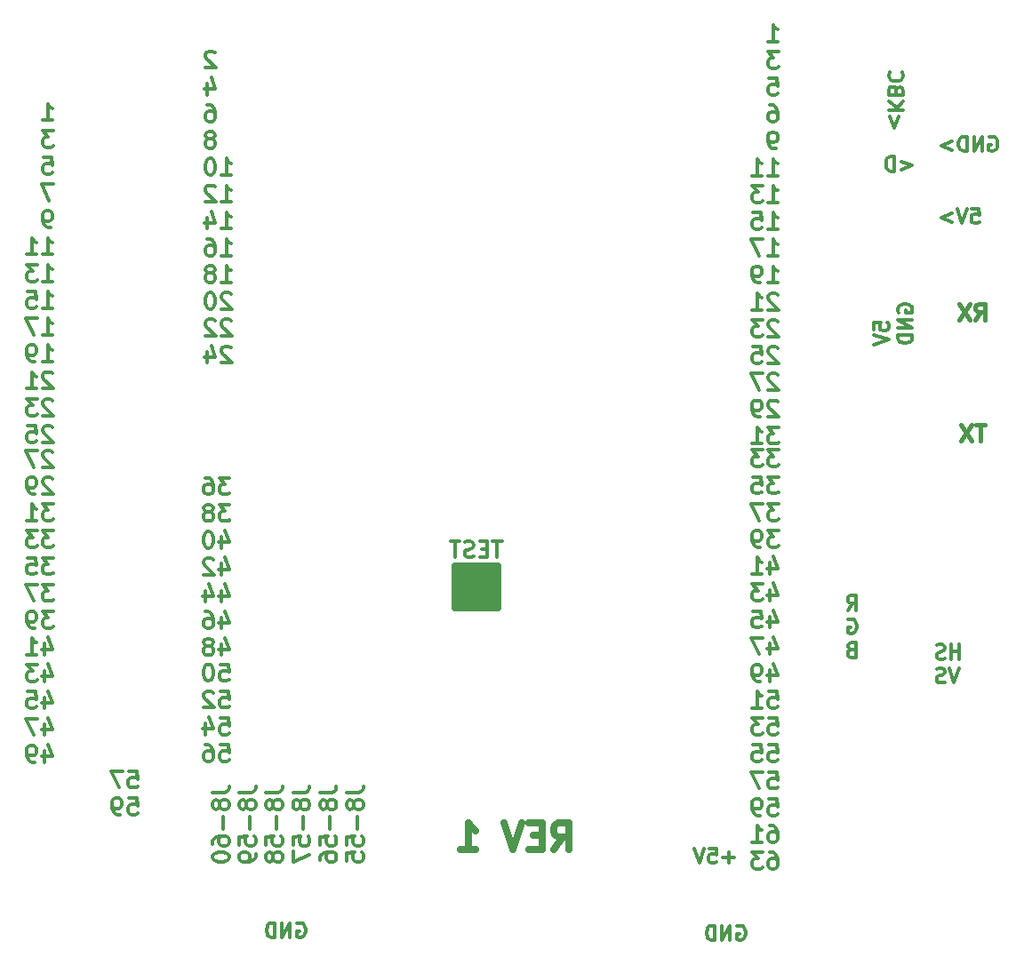
<source format=gbo>
G04 #@! TF.GenerationSoftware,KiCad,Pcbnew,(6.0.1)*
G04 #@! TF.CreationDate,2022-05-30T09:03:46-04:00*
G04 #@! TF.ProjectId,RETRO-65C816,52455452-4f2d-4363-9543-3831362e6b69,3*
G04 #@! TF.SameCoordinates,Original*
G04 #@! TF.FileFunction,Legend,Bot*
G04 #@! TF.FilePolarity,Positive*
%FSLAX46Y46*%
G04 Gerber Fmt 4.6, Leading zero omitted, Abs format (unit mm)*
G04 Created by KiCad (PCBNEW (6.0.1)) date 2022-05-30 09:03:46*
%MOMM*%
%LPD*%
G01*
G04 APERTURE LIST*
%ADD10C,0.635000*%
%ADD11C,0.349250*%
%ADD12C,0.381000*%
%ADD13C,0.304800*%
%ADD14C,0.650000*%
G04 APERTURE END LIST*
D10*
X61032571Y-95891047D02*
X61879238Y-94681523D01*
X62484000Y-95891047D02*
X62484000Y-93351047D01*
X61516380Y-93351047D01*
X61274476Y-93472000D01*
X61153523Y-93592952D01*
X61032571Y-93834857D01*
X61032571Y-94197714D01*
X61153523Y-94439619D01*
X61274476Y-94560571D01*
X61516380Y-94681523D01*
X62484000Y-94681523D01*
X59944000Y-94560571D02*
X59097333Y-94560571D01*
X58734476Y-95891047D02*
X59944000Y-95891047D01*
X59944000Y-93351047D01*
X58734476Y-93351047D01*
X58008761Y-93351047D02*
X57162095Y-95891047D01*
X56315428Y-93351047D01*
X52203047Y-95891047D02*
X53654476Y-95891047D01*
X52928761Y-95891047D02*
X52928761Y-93351047D01*
X53170666Y-93713904D01*
X53412571Y-93955809D01*
X53654476Y-94076761D01*
D11*
X94158631Y-30307642D02*
X95223012Y-30706785D01*
X94158631Y-31105928D01*
X93493393Y-31238976D02*
X93493393Y-29841976D01*
X93160774Y-29841976D01*
X92961202Y-29908500D01*
X92828155Y-30041547D01*
X92761631Y-30174595D01*
X92695107Y-30440690D01*
X92695107Y-30640261D01*
X92761631Y-30906357D01*
X92828155Y-31039404D01*
X92961202Y-31172452D01*
X93160774Y-31238976D01*
X93493393Y-31238976D01*
X102558774Y-28003500D02*
X102691822Y-27936976D01*
X102891393Y-27936976D01*
X103090964Y-28003500D01*
X103224012Y-28136547D01*
X103290536Y-28269595D01*
X103357060Y-28535690D01*
X103357060Y-28735261D01*
X103290536Y-29001357D01*
X103224012Y-29134404D01*
X103090964Y-29267452D01*
X102891393Y-29333976D01*
X102758345Y-29333976D01*
X102558774Y-29267452D01*
X102492250Y-29200928D01*
X102492250Y-28735261D01*
X102758345Y-28735261D01*
X101893536Y-29333976D02*
X101893536Y-27936976D01*
X101095250Y-29333976D01*
X101095250Y-27936976D01*
X100430012Y-29333976D02*
X100430012Y-27936976D01*
X100097393Y-27936976D01*
X99897822Y-28003500D01*
X99764774Y-28136547D01*
X99698250Y-28269595D01*
X99631726Y-28535690D01*
X99631726Y-28735261D01*
X99698250Y-29001357D01*
X99764774Y-29134404D01*
X99897822Y-29267452D01*
X100097393Y-29333976D01*
X100430012Y-29333976D01*
X99033012Y-28402642D02*
X97968631Y-28801785D01*
X99033012Y-29200928D01*
X81494463Y-18887092D02*
X82401606Y-18887092D01*
X81948035Y-18887092D02*
X81948035Y-17299592D01*
X82099225Y-17526378D01*
X82250416Y-17677568D01*
X82401606Y-17753164D01*
X82477201Y-19855467D02*
X81494463Y-19855467D01*
X82023630Y-20460229D01*
X81796844Y-20460229D01*
X81645654Y-20535824D01*
X81570058Y-20611420D01*
X81494463Y-20762610D01*
X81494463Y-21140586D01*
X81570058Y-21291777D01*
X81645654Y-21367372D01*
X81796844Y-21442967D01*
X82250416Y-21442967D01*
X82401606Y-21367372D01*
X82477201Y-21291777D01*
X81570058Y-22411342D02*
X82326011Y-22411342D01*
X82401606Y-23167295D01*
X82326011Y-23091699D01*
X82174820Y-23016104D01*
X81796844Y-23016104D01*
X81645654Y-23091699D01*
X81570058Y-23167295D01*
X81494463Y-23318485D01*
X81494463Y-23696461D01*
X81570058Y-23847652D01*
X81645654Y-23923247D01*
X81796844Y-23998842D01*
X82174820Y-23998842D01*
X82326011Y-23923247D01*
X82401606Y-23847652D01*
X81645654Y-24967217D02*
X81948035Y-24967217D01*
X82099225Y-25042813D01*
X82174820Y-25118408D01*
X82326011Y-25345193D01*
X82401606Y-25647574D01*
X82401606Y-26252336D01*
X82326011Y-26403527D01*
X82250416Y-26479122D01*
X82099225Y-26554717D01*
X81796844Y-26554717D01*
X81645654Y-26479122D01*
X81570058Y-26403527D01*
X81494463Y-26252336D01*
X81494463Y-25874360D01*
X81570058Y-25723170D01*
X81645654Y-25647574D01*
X81796844Y-25571979D01*
X82099225Y-25571979D01*
X82250416Y-25647574D01*
X82326011Y-25723170D01*
X82401606Y-25874360D01*
X82250416Y-29110592D02*
X81948035Y-29110592D01*
X81796844Y-29034997D01*
X81721249Y-28959402D01*
X81570058Y-28732616D01*
X81494463Y-28430235D01*
X81494463Y-27825473D01*
X81570058Y-27674283D01*
X81645654Y-27598688D01*
X81796844Y-27523092D01*
X82099225Y-27523092D01*
X82250416Y-27598688D01*
X82326011Y-27674283D01*
X82401606Y-27825473D01*
X82401606Y-28203449D01*
X82326011Y-28354640D01*
X82250416Y-28430235D01*
X82099225Y-28505830D01*
X81796844Y-28505830D01*
X81645654Y-28430235D01*
X81570058Y-28354640D01*
X81494463Y-28203449D01*
X81494463Y-31666467D02*
X82401606Y-31666467D01*
X81948035Y-31666467D02*
X81948035Y-30078967D01*
X82099225Y-30305753D01*
X82250416Y-30456943D01*
X82401606Y-30532539D01*
X79982558Y-31666467D02*
X80889701Y-31666467D01*
X80436130Y-31666467D02*
X80436130Y-30078967D01*
X80587320Y-30305753D01*
X80738511Y-30456943D01*
X80889701Y-30532539D01*
X81494463Y-34222342D02*
X82401606Y-34222342D01*
X81948035Y-34222342D02*
X81948035Y-32634842D01*
X82099225Y-32861628D01*
X82250416Y-33012818D01*
X82401606Y-33088414D01*
X80965297Y-32634842D02*
X79982558Y-32634842D01*
X80511725Y-33239604D01*
X80284939Y-33239604D01*
X80133749Y-33315199D01*
X80058154Y-33390795D01*
X79982558Y-33541985D01*
X79982558Y-33919961D01*
X80058154Y-34071152D01*
X80133749Y-34146747D01*
X80284939Y-34222342D01*
X80738511Y-34222342D01*
X80889701Y-34146747D01*
X80965297Y-34071152D01*
X81494463Y-36778217D02*
X82401606Y-36778217D01*
X81948035Y-36778217D02*
X81948035Y-35190717D01*
X82099225Y-35417503D01*
X82250416Y-35568693D01*
X82401606Y-35644289D01*
X80058154Y-35190717D02*
X80814106Y-35190717D01*
X80889701Y-35946670D01*
X80814106Y-35871074D01*
X80662916Y-35795479D01*
X80284939Y-35795479D01*
X80133749Y-35871074D01*
X80058154Y-35946670D01*
X79982558Y-36097860D01*
X79982558Y-36475836D01*
X80058154Y-36627027D01*
X80133749Y-36702622D01*
X80284939Y-36778217D01*
X80662916Y-36778217D01*
X80814106Y-36702622D01*
X80889701Y-36627027D01*
X81494463Y-39334092D02*
X82401606Y-39334092D01*
X81948035Y-39334092D02*
X81948035Y-37746592D01*
X82099225Y-37973378D01*
X82250416Y-38124568D01*
X82401606Y-38200164D01*
X80965297Y-37746592D02*
X79906963Y-37746592D01*
X80587320Y-39334092D01*
X81494463Y-41889967D02*
X82401606Y-41889967D01*
X81948035Y-41889967D02*
X81948035Y-40302467D01*
X82099225Y-40529253D01*
X82250416Y-40680443D01*
X82401606Y-40756039D01*
X80738511Y-41889967D02*
X80436130Y-41889967D01*
X80284939Y-41814372D01*
X80209344Y-41738777D01*
X80058154Y-41511991D01*
X79982558Y-41209610D01*
X79982558Y-40604848D01*
X80058154Y-40453658D01*
X80133749Y-40378063D01*
X80284939Y-40302467D01*
X80587320Y-40302467D01*
X80738511Y-40378063D01*
X80814106Y-40453658D01*
X80889701Y-40604848D01*
X80889701Y-40982824D01*
X80814106Y-41134015D01*
X80738511Y-41209610D01*
X80587320Y-41285205D01*
X80284939Y-41285205D01*
X80133749Y-41209610D01*
X80058154Y-41134015D01*
X79982558Y-40982824D01*
X82401606Y-43009533D02*
X82326011Y-42933938D01*
X82174820Y-42858342D01*
X81796844Y-42858342D01*
X81645654Y-42933938D01*
X81570058Y-43009533D01*
X81494463Y-43160723D01*
X81494463Y-43311914D01*
X81570058Y-43538699D01*
X82477201Y-44445842D01*
X81494463Y-44445842D01*
X79982558Y-44445842D02*
X80889701Y-44445842D01*
X80436130Y-44445842D02*
X80436130Y-42858342D01*
X80587320Y-43085128D01*
X80738511Y-43236318D01*
X80889701Y-43311914D01*
X82401606Y-45565408D02*
X82326011Y-45489813D01*
X82174820Y-45414217D01*
X81796844Y-45414217D01*
X81645654Y-45489813D01*
X81570058Y-45565408D01*
X81494463Y-45716598D01*
X81494463Y-45867789D01*
X81570058Y-46094574D01*
X82477201Y-47001717D01*
X81494463Y-47001717D01*
X80965297Y-45414217D02*
X79982558Y-45414217D01*
X80511725Y-46018979D01*
X80284939Y-46018979D01*
X80133749Y-46094574D01*
X80058154Y-46170170D01*
X79982558Y-46321360D01*
X79982558Y-46699336D01*
X80058154Y-46850527D01*
X80133749Y-46926122D01*
X80284939Y-47001717D01*
X80738511Y-47001717D01*
X80889701Y-46926122D01*
X80965297Y-46850527D01*
X82401606Y-48121283D02*
X82326011Y-48045688D01*
X82174820Y-47970092D01*
X81796844Y-47970092D01*
X81645654Y-48045688D01*
X81570058Y-48121283D01*
X81494463Y-48272473D01*
X81494463Y-48423664D01*
X81570058Y-48650449D01*
X82477201Y-49557592D01*
X81494463Y-49557592D01*
X80058154Y-47970092D02*
X80814106Y-47970092D01*
X80889701Y-48726045D01*
X80814106Y-48650449D01*
X80662916Y-48574854D01*
X80284939Y-48574854D01*
X80133749Y-48650449D01*
X80058154Y-48726045D01*
X79982558Y-48877235D01*
X79982558Y-49255211D01*
X80058154Y-49406402D01*
X80133749Y-49481997D01*
X80284939Y-49557592D01*
X80662916Y-49557592D01*
X80814106Y-49481997D01*
X80889701Y-49406402D01*
X82401606Y-50677158D02*
X82326011Y-50601563D01*
X82174820Y-50525967D01*
X81796844Y-50525967D01*
X81645654Y-50601563D01*
X81570058Y-50677158D01*
X81494463Y-50828348D01*
X81494463Y-50979539D01*
X81570058Y-51206324D01*
X82477201Y-52113467D01*
X81494463Y-52113467D01*
X80965297Y-50525967D02*
X79906963Y-50525967D01*
X80587320Y-52113467D01*
X82401606Y-53233033D02*
X82326011Y-53157438D01*
X82174820Y-53081842D01*
X81796844Y-53081842D01*
X81645654Y-53157438D01*
X81570058Y-53233033D01*
X81494463Y-53384223D01*
X81494463Y-53535414D01*
X81570058Y-53762199D01*
X82477201Y-54669342D01*
X81494463Y-54669342D01*
X80738511Y-54669342D02*
X80436130Y-54669342D01*
X80284939Y-54593747D01*
X80209344Y-54518152D01*
X80058154Y-54291366D01*
X79982558Y-53988985D01*
X79982558Y-53384223D01*
X80058154Y-53233033D01*
X80133749Y-53157438D01*
X80284939Y-53081842D01*
X80587320Y-53081842D01*
X80738511Y-53157438D01*
X80814106Y-53233033D01*
X80889701Y-53384223D01*
X80889701Y-53762199D01*
X80814106Y-53913390D01*
X80738511Y-53988985D01*
X80587320Y-54064580D01*
X80284939Y-54064580D01*
X80133749Y-53988985D01*
X80058154Y-53913390D01*
X79982558Y-53762199D01*
X82477201Y-55637717D02*
X81494463Y-55637717D01*
X82023630Y-56242479D01*
X81796844Y-56242479D01*
X81645654Y-56318074D01*
X81570058Y-56393670D01*
X81494463Y-56544860D01*
X81494463Y-56922836D01*
X81570058Y-57074027D01*
X81645654Y-57149622D01*
X81796844Y-57225217D01*
X82250416Y-57225217D01*
X82401606Y-57149622D01*
X82477201Y-57074027D01*
X79982558Y-57225217D02*
X80889701Y-57225217D01*
X80436130Y-57225217D02*
X80436130Y-55637717D01*
X80587320Y-55864503D01*
X80738511Y-56015693D01*
X80889701Y-56091289D01*
X12406463Y-26403904D02*
X13313606Y-26403904D01*
X12860035Y-26403904D02*
X12860035Y-24816404D01*
X13011225Y-25043190D01*
X13162416Y-25194380D01*
X13313606Y-25269976D01*
X13389201Y-27372279D02*
X12406463Y-27372279D01*
X12935630Y-27977041D01*
X12708844Y-27977041D01*
X12557654Y-28052636D01*
X12482058Y-28128232D01*
X12406463Y-28279422D01*
X12406463Y-28657398D01*
X12482058Y-28808589D01*
X12557654Y-28884184D01*
X12708844Y-28959779D01*
X13162416Y-28959779D01*
X13313606Y-28884184D01*
X13389201Y-28808589D01*
X12482058Y-29928154D02*
X13238011Y-29928154D01*
X13313606Y-30684107D01*
X13238011Y-30608511D01*
X13086820Y-30532916D01*
X12708844Y-30532916D01*
X12557654Y-30608511D01*
X12482058Y-30684107D01*
X12406463Y-30835297D01*
X12406463Y-31213273D01*
X12482058Y-31364464D01*
X12557654Y-31440059D01*
X12708844Y-31515654D01*
X13086820Y-31515654D01*
X13238011Y-31440059D01*
X13313606Y-31364464D01*
X13389201Y-32484029D02*
X12330868Y-32484029D01*
X13011225Y-34071529D01*
X13162416Y-36627404D02*
X12860035Y-36627404D01*
X12708844Y-36551809D01*
X12633249Y-36476214D01*
X12482058Y-36249428D01*
X12406463Y-35947047D01*
X12406463Y-35342285D01*
X12482058Y-35191095D01*
X12557654Y-35115500D01*
X12708844Y-35039904D01*
X13011225Y-35039904D01*
X13162416Y-35115500D01*
X13238011Y-35191095D01*
X13313606Y-35342285D01*
X13313606Y-35720261D01*
X13238011Y-35871452D01*
X13162416Y-35947047D01*
X13011225Y-36022642D01*
X12708844Y-36022642D01*
X12557654Y-35947047D01*
X12482058Y-35871452D01*
X12406463Y-35720261D01*
X12406463Y-39183279D02*
X13313606Y-39183279D01*
X12860035Y-39183279D02*
X12860035Y-37595779D01*
X13011225Y-37822565D01*
X13162416Y-37973755D01*
X13313606Y-38049351D01*
X10894558Y-39183279D02*
X11801701Y-39183279D01*
X11348130Y-39183279D02*
X11348130Y-37595779D01*
X11499320Y-37822565D01*
X11650511Y-37973755D01*
X11801701Y-38049351D01*
X12406463Y-41739154D02*
X13313606Y-41739154D01*
X12860035Y-41739154D02*
X12860035Y-40151654D01*
X13011225Y-40378440D01*
X13162416Y-40529630D01*
X13313606Y-40605226D01*
X11877297Y-40151654D02*
X10894558Y-40151654D01*
X11423725Y-40756416D01*
X11196939Y-40756416D01*
X11045749Y-40832011D01*
X10970154Y-40907607D01*
X10894558Y-41058797D01*
X10894558Y-41436773D01*
X10970154Y-41587964D01*
X11045749Y-41663559D01*
X11196939Y-41739154D01*
X11650511Y-41739154D01*
X11801701Y-41663559D01*
X11877297Y-41587964D01*
X12406463Y-44295029D02*
X13313606Y-44295029D01*
X12860035Y-44295029D02*
X12860035Y-42707529D01*
X13011225Y-42934315D01*
X13162416Y-43085505D01*
X13313606Y-43161101D01*
X10970154Y-42707529D02*
X11726106Y-42707529D01*
X11801701Y-43463482D01*
X11726106Y-43387886D01*
X11574916Y-43312291D01*
X11196939Y-43312291D01*
X11045749Y-43387886D01*
X10970154Y-43463482D01*
X10894558Y-43614672D01*
X10894558Y-43992648D01*
X10970154Y-44143839D01*
X11045749Y-44219434D01*
X11196939Y-44295029D01*
X11574916Y-44295029D01*
X11726106Y-44219434D01*
X11801701Y-44143839D01*
X12406463Y-46850904D02*
X13313606Y-46850904D01*
X12860035Y-46850904D02*
X12860035Y-45263404D01*
X13011225Y-45490190D01*
X13162416Y-45641380D01*
X13313606Y-45716976D01*
X11877297Y-45263404D02*
X10818963Y-45263404D01*
X11499320Y-46850904D01*
X12406463Y-49406779D02*
X13313606Y-49406779D01*
X12860035Y-49406779D02*
X12860035Y-47819279D01*
X13011225Y-48046065D01*
X13162416Y-48197255D01*
X13313606Y-48272851D01*
X11650511Y-49406779D02*
X11348130Y-49406779D01*
X11196939Y-49331184D01*
X11121344Y-49255589D01*
X10970154Y-49028803D01*
X10894558Y-48726422D01*
X10894558Y-48121660D01*
X10970154Y-47970470D01*
X11045749Y-47894875D01*
X11196939Y-47819279D01*
X11499320Y-47819279D01*
X11650511Y-47894875D01*
X11726106Y-47970470D01*
X11801701Y-48121660D01*
X11801701Y-48499636D01*
X11726106Y-48650827D01*
X11650511Y-48726422D01*
X11499320Y-48802017D01*
X11196939Y-48802017D01*
X11045749Y-48726422D01*
X10970154Y-48650827D01*
X10894558Y-48499636D01*
X13313606Y-50526345D02*
X13238011Y-50450750D01*
X13086820Y-50375154D01*
X12708844Y-50375154D01*
X12557654Y-50450750D01*
X12482058Y-50526345D01*
X12406463Y-50677535D01*
X12406463Y-50828726D01*
X12482058Y-51055511D01*
X13389201Y-51962654D01*
X12406463Y-51962654D01*
X10894558Y-51962654D02*
X11801701Y-51962654D01*
X11348130Y-51962654D02*
X11348130Y-50375154D01*
X11499320Y-50601940D01*
X11650511Y-50753130D01*
X11801701Y-50828726D01*
X13313606Y-53082220D02*
X13238011Y-53006625D01*
X13086820Y-52931029D01*
X12708844Y-52931029D01*
X12557654Y-53006625D01*
X12482058Y-53082220D01*
X12406463Y-53233410D01*
X12406463Y-53384601D01*
X12482058Y-53611386D01*
X13389201Y-54518529D01*
X12406463Y-54518529D01*
X11877297Y-52931029D02*
X10894558Y-52931029D01*
X11423725Y-53535791D01*
X11196939Y-53535791D01*
X11045749Y-53611386D01*
X10970154Y-53686982D01*
X10894558Y-53838172D01*
X10894558Y-54216148D01*
X10970154Y-54367339D01*
X11045749Y-54442934D01*
X11196939Y-54518529D01*
X11650511Y-54518529D01*
X11801701Y-54442934D01*
X11877297Y-54367339D01*
X13313606Y-55638095D02*
X13238011Y-55562500D01*
X13086820Y-55486904D01*
X12708844Y-55486904D01*
X12557654Y-55562500D01*
X12482058Y-55638095D01*
X12406463Y-55789285D01*
X12406463Y-55940476D01*
X12482058Y-56167261D01*
X13389201Y-57074404D01*
X12406463Y-57074404D01*
X10970154Y-55486904D02*
X11726106Y-55486904D01*
X11801701Y-56242857D01*
X11726106Y-56167261D01*
X11574916Y-56091666D01*
X11196939Y-56091666D01*
X11045749Y-56167261D01*
X10970154Y-56242857D01*
X10894558Y-56394047D01*
X10894558Y-56772023D01*
X10970154Y-56923214D01*
X11045749Y-56998809D01*
X11196939Y-57074404D01*
X11574916Y-57074404D01*
X11726106Y-56998809D01*
X11801701Y-56923214D01*
X78534380Y-103187500D02*
X78667428Y-103120976D01*
X78867000Y-103120976D01*
X79066571Y-103187500D01*
X79199619Y-103320547D01*
X79266142Y-103453595D01*
X79332666Y-103719690D01*
X79332666Y-103919261D01*
X79266142Y-104185357D01*
X79199619Y-104318404D01*
X79066571Y-104451452D01*
X78867000Y-104517976D01*
X78733952Y-104517976D01*
X78534380Y-104451452D01*
X78467857Y-104384928D01*
X78467857Y-103919261D01*
X78733952Y-103919261D01*
X77869142Y-104517976D02*
X77869142Y-103120976D01*
X77070857Y-104517976D01*
X77070857Y-103120976D01*
X76405619Y-104517976D02*
X76405619Y-103120976D01*
X76073000Y-103120976D01*
X75873428Y-103187500D01*
X75740380Y-103320547D01*
X75673857Y-103453595D01*
X75607333Y-103719690D01*
X75607333Y-103919261D01*
X75673857Y-104185357D01*
X75740380Y-104318404D01*
X75873428Y-104451452D01*
X76073000Y-104517976D01*
X76405619Y-104517976D01*
X36624380Y-102933500D02*
X36757428Y-102866976D01*
X36957000Y-102866976D01*
X37156571Y-102933500D01*
X37289619Y-103066547D01*
X37356142Y-103199595D01*
X37422666Y-103465690D01*
X37422666Y-103665261D01*
X37356142Y-103931357D01*
X37289619Y-104064404D01*
X37156571Y-104197452D01*
X36957000Y-104263976D01*
X36823952Y-104263976D01*
X36624380Y-104197452D01*
X36557857Y-104130928D01*
X36557857Y-103665261D01*
X36823952Y-103665261D01*
X35959142Y-104263976D02*
X35959142Y-102866976D01*
X35160857Y-104263976D01*
X35160857Y-102866976D01*
X34495619Y-104263976D02*
X34495619Y-102866976D01*
X34163000Y-102866976D01*
X33963428Y-102933500D01*
X33830380Y-103066547D01*
X33763857Y-103199595D01*
X33697333Y-103465690D01*
X33697333Y-103665261D01*
X33763857Y-103931357D01*
X33830380Y-104064404D01*
X33963428Y-104197452D01*
X34163000Y-104263976D01*
X34495619Y-104263976D01*
X20610058Y-88403717D02*
X21366011Y-88403717D01*
X21441606Y-89159670D01*
X21366011Y-89084074D01*
X21214820Y-89008479D01*
X20836844Y-89008479D01*
X20685654Y-89084074D01*
X20610058Y-89159670D01*
X20534463Y-89310860D01*
X20534463Y-89688836D01*
X20610058Y-89840027D01*
X20685654Y-89915622D01*
X20836844Y-89991217D01*
X21214820Y-89991217D01*
X21366011Y-89915622D01*
X21441606Y-89840027D01*
X20005297Y-88403717D02*
X18946963Y-88403717D01*
X19627320Y-89991217D01*
X20610058Y-90959592D02*
X21366011Y-90959592D01*
X21441606Y-91715545D01*
X21366011Y-91639949D01*
X21214820Y-91564354D01*
X20836844Y-91564354D01*
X20685654Y-91639949D01*
X20610058Y-91715545D01*
X20534463Y-91866735D01*
X20534463Y-92244711D01*
X20610058Y-92395902D01*
X20685654Y-92471497D01*
X20836844Y-92547092D01*
X21214820Y-92547092D01*
X21366011Y-92471497D01*
X21441606Y-92395902D01*
X19778511Y-92547092D02*
X19476130Y-92547092D01*
X19324939Y-92471497D01*
X19249344Y-92395902D01*
X19098154Y-92169116D01*
X19022558Y-91866735D01*
X19022558Y-91261973D01*
X19098154Y-91110783D01*
X19173749Y-91035188D01*
X19324939Y-90959592D01*
X19627320Y-90959592D01*
X19778511Y-91035188D01*
X19854106Y-91110783D01*
X19929701Y-91261973D01*
X19929701Y-91639949D01*
X19854106Y-91791140D01*
X19778511Y-91866735D01*
X19627320Y-91942330D01*
X19324939Y-91942330D01*
X19173749Y-91866735D01*
X19098154Y-91791140D01*
X19022558Y-91639949D01*
X28817736Y-19963795D02*
X28742141Y-19888200D01*
X28590950Y-19812604D01*
X28212974Y-19812604D01*
X28061783Y-19888200D01*
X27986188Y-19963795D01*
X27910593Y-20114985D01*
X27910593Y-20266176D01*
X27986188Y-20492961D01*
X28893331Y-21400104D01*
X27910593Y-21400104D01*
X28061783Y-22897646D02*
X28061783Y-23955979D01*
X28439760Y-22292884D02*
X28817736Y-23426813D01*
X27834998Y-23426813D01*
X28061783Y-24924354D02*
X28364164Y-24924354D01*
X28515355Y-24999950D01*
X28590950Y-25075545D01*
X28742141Y-25302330D01*
X28817736Y-25604711D01*
X28817736Y-26209473D01*
X28742141Y-26360664D01*
X28666545Y-26436259D01*
X28515355Y-26511854D01*
X28212974Y-26511854D01*
X28061783Y-26436259D01*
X27986188Y-26360664D01*
X27910593Y-26209473D01*
X27910593Y-25831497D01*
X27986188Y-25680307D01*
X28061783Y-25604711D01*
X28212974Y-25529116D01*
X28515355Y-25529116D01*
X28666545Y-25604711D01*
X28742141Y-25680307D01*
X28817736Y-25831497D01*
X28515355Y-28160586D02*
X28666545Y-28084991D01*
X28742141Y-28009396D01*
X28817736Y-27858205D01*
X28817736Y-27782610D01*
X28742141Y-27631420D01*
X28666545Y-27555825D01*
X28515355Y-27480229D01*
X28212974Y-27480229D01*
X28061783Y-27555825D01*
X27986188Y-27631420D01*
X27910593Y-27782610D01*
X27910593Y-27858205D01*
X27986188Y-28009396D01*
X28061783Y-28084991D01*
X28212974Y-28160586D01*
X28515355Y-28160586D01*
X28666545Y-28236182D01*
X28742141Y-28311777D01*
X28817736Y-28462967D01*
X28817736Y-28765348D01*
X28742141Y-28916539D01*
X28666545Y-28992134D01*
X28515355Y-29067729D01*
X28212974Y-29067729D01*
X28061783Y-28992134D01*
X27986188Y-28916539D01*
X27910593Y-28765348D01*
X27910593Y-28462967D01*
X27986188Y-28311777D01*
X28061783Y-28236182D01*
X28212974Y-28160586D01*
X29422498Y-31623604D02*
X30329641Y-31623604D01*
X29876069Y-31623604D02*
X29876069Y-30036104D01*
X30027260Y-30262890D01*
X30178450Y-30414080D01*
X30329641Y-30489676D01*
X28439760Y-30036104D02*
X28288569Y-30036104D01*
X28137379Y-30111700D01*
X28061783Y-30187295D01*
X27986188Y-30338485D01*
X27910593Y-30640866D01*
X27910593Y-31018842D01*
X27986188Y-31321223D01*
X28061783Y-31472414D01*
X28137379Y-31548009D01*
X28288569Y-31623604D01*
X28439760Y-31623604D01*
X28590950Y-31548009D01*
X28666545Y-31472414D01*
X28742141Y-31321223D01*
X28817736Y-31018842D01*
X28817736Y-30640866D01*
X28742141Y-30338485D01*
X28666545Y-30187295D01*
X28590950Y-30111700D01*
X28439760Y-30036104D01*
X29422498Y-34179479D02*
X30329641Y-34179479D01*
X29876069Y-34179479D02*
X29876069Y-32591979D01*
X30027260Y-32818765D01*
X30178450Y-32969955D01*
X30329641Y-33045551D01*
X28817736Y-32743170D02*
X28742141Y-32667575D01*
X28590950Y-32591979D01*
X28212974Y-32591979D01*
X28061783Y-32667575D01*
X27986188Y-32743170D01*
X27910593Y-32894360D01*
X27910593Y-33045551D01*
X27986188Y-33272336D01*
X28893331Y-34179479D01*
X27910593Y-34179479D01*
X29422498Y-36735354D02*
X30329641Y-36735354D01*
X29876069Y-36735354D02*
X29876069Y-35147854D01*
X30027260Y-35374640D01*
X30178450Y-35525830D01*
X30329641Y-35601426D01*
X28061783Y-35677021D02*
X28061783Y-36735354D01*
X28439760Y-35072259D02*
X28817736Y-36206188D01*
X27834998Y-36206188D01*
X29422498Y-39291229D02*
X30329641Y-39291229D01*
X29876069Y-39291229D02*
X29876069Y-37703729D01*
X30027260Y-37930515D01*
X30178450Y-38081705D01*
X30329641Y-38157301D01*
X28061783Y-37703729D02*
X28364164Y-37703729D01*
X28515355Y-37779325D01*
X28590950Y-37854920D01*
X28742141Y-38081705D01*
X28817736Y-38384086D01*
X28817736Y-38988848D01*
X28742141Y-39140039D01*
X28666545Y-39215634D01*
X28515355Y-39291229D01*
X28212974Y-39291229D01*
X28061783Y-39215634D01*
X27986188Y-39140039D01*
X27910593Y-38988848D01*
X27910593Y-38610872D01*
X27986188Y-38459682D01*
X28061783Y-38384086D01*
X28212974Y-38308491D01*
X28515355Y-38308491D01*
X28666545Y-38384086D01*
X28742141Y-38459682D01*
X28817736Y-38610872D01*
X29422498Y-41847104D02*
X30329641Y-41847104D01*
X29876069Y-41847104D02*
X29876069Y-40259604D01*
X30027260Y-40486390D01*
X30178450Y-40637580D01*
X30329641Y-40713176D01*
X28515355Y-40939961D02*
X28666545Y-40864366D01*
X28742141Y-40788771D01*
X28817736Y-40637580D01*
X28817736Y-40561985D01*
X28742141Y-40410795D01*
X28666545Y-40335200D01*
X28515355Y-40259604D01*
X28212974Y-40259604D01*
X28061783Y-40335200D01*
X27986188Y-40410795D01*
X27910593Y-40561985D01*
X27910593Y-40637580D01*
X27986188Y-40788771D01*
X28061783Y-40864366D01*
X28212974Y-40939961D01*
X28515355Y-40939961D01*
X28666545Y-41015557D01*
X28742141Y-41091152D01*
X28817736Y-41242342D01*
X28817736Y-41544723D01*
X28742141Y-41695914D01*
X28666545Y-41771509D01*
X28515355Y-41847104D01*
X28212974Y-41847104D01*
X28061783Y-41771509D01*
X27986188Y-41695914D01*
X27910593Y-41544723D01*
X27910593Y-41242342D01*
X27986188Y-41091152D01*
X28061783Y-41015557D01*
X28212974Y-40939961D01*
X30329641Y-42966670D02*
X30254045Y-42891075D01*
X30102855Y-42815479D01*
X29724879Y-42815479D01*
X29573688Y-42891075D01*
X29498093Y-42966670D01*
X29422498Y-43117860D01*
X29422498Y-43269051D01*
X29498093Y-43495836D01*
X30405236Y-44402979D01*
X29422498Y-44402979D01*
X28439760Y-42815479D02*
X28288569Y-42815479D01*
X28137379Y-42891075D01*
X28061783Y-42966670D01*
X27986188Y-43117860D01*
X27910593Y-43420241D01*
X27910593Y-43798217D01*
X27986188Y-44100598D01*
X28061783Y-44251789D01*
X28137379Y-44327384D01*
X28288569Y-44402979D01*
X28439760Y-44402979D01*
X28590950Y-44327384D01*
X28666545Y-44251789D01*
X28742141Y-44100598D01*
X28817736Y-43798217D01*
X28817736Y-43420241D01*
X28742141Y-43117860D01*
X28666545Y-42966670D01*
X28590950Y-42891075D01*
X28439760Y-42815479D01*
X30329641Y-45522545D02*
X30254045Y-45446950D01*
X30102855Y-45371354D01*
X29724879Y-45371354D01*
X29573688Y-45446950D01*
X29498093Y-45522545D01*
X29422498Y-45673735D01*
X29422498Y-45824926D01*
X29498093Y-46051711D01*
X30405236Y-46958854D01*
X29422498Y-46958854D01*
X28817736Y-45522545D02*
X28742141Y-45446950D01*
X28590950Y-45371354D01*
X28212974Y-45371354D01*
X28061783Y-45446950D01*
X27986188Y-45522545D01*
X27910593Y-45673735D01*
X27910593Y-45824926D01*
X27986188Y-46051711D01*
X28893331Y-46958854D01*
X27910593Y-46958854D01*
X30329641Y-48078420D02*
X30254045Y-48002825D01*
X30102855Y-47927229D01*
X29724879Y-47927229D01*
X29573688Y-48002825D01*
X29498093Y-48078420D01*
X29422498Y-48229610D01*
X29422498Y-48380801D01*
X29498093Y-48607586D01*
X30405236Y-49514729D01*
X29422498Y-49514729D01*
X28061783Y-48456396D02*
X28061783Y-49514729D01*
X28439760Y-47851634D02*
X28817736Y-48985563D01*
X27834998Y-48985563D01*
X82477201Y-57812592D02*
X81494463Y-57812592D01*
X82023630Y-58417354D01*
X81796844Y-58417354D01*
X81645654Y-58492949D01*
X81570058Y-58568545D01*
X81494463Y-58719735D01*
X81494463Y-59097711D01*
X81570058Y-59248902D01*
X81645654Y-59324497D01*
X81796844Y-59400092D01*
X82250416Y-59400092D01*
X82401606Y-59324497D01*
X82477201Y-59248902D01*
X80965297Y-57812592D02*
X79982558Y-57812592D01*
X80511725Y-58417354D01*
X80284939Y-58417354D01*
X80133749Y-58492949D01*
X80058154Y-58568545D01*
X79982558Y-58719735D01*
X79982558Y-59097711D01*
X80058154Y-59248902D01*
X80133749Y-59324497D01*
X80284939Y-59400092D01*
X80738511Y-59400092D01*
X80889701Y-59324497D01*
X80965297Y-59248902D01*
X82477201Y-60368467D02*
X81494463Y-60368467D01*
X82023630Y-60973229D01*
X81796844Y-60973229D01*
X81645654Y-61048824D01*
X81570058Y-61124420D01*
X81494463Y-61275610D01*
X81494463Y-61653586D01*
X81570058Y-61804777D01*
X81645654Y-61880372D01*
X81796844Y-61955967D01*
X82250416Y-61955967D01*
X82401606Y-61880372D01*
X82477201Y-61804777D01*
X80058154Y-60368467D02*
X80814106Y-60368467D01*
X80889701Y-61124420D01*
X80814106Y-61048824D01*
X80662916Y-60973229D01*
X80284939Y-60973229D01*
X80133749Y-61048824D01*
X80058154Y-61124420D01*
X79982558Y-61275610D01*
X79982558Y-61653586D01*
X80058154Y-61804777D01*
X80133749Y-61880372D01*
X80284939Y-61955967D01*
X80662916Y-61955967D01*
X80814106Y-61880372D01*
X80889701Y-61804777D01*
X82477201Y-62924342D02*
X81494463Y-62924342D01*
X82023630Y-63529104D01*
X81796844Y-63529104D01*
X81645654Y-63604699D01*
X81570058Y-63680295D01*
X81494463Y-63831485D01*
X81494463Y-64209461D01*
X81570058Y-64360652D01*
X81645654Y-64436247D01*
X81796844Y-64511842D01*
X82250416Y-64511842D01*
X82401606Y-64436247D01*
X82477201Y-64360652D01*
X80965297Y-62924342D02*
X79906963Y-62924342D01*
X80587320Y-64511842D01*
X82477201Y-65480217D02*
X81494463Y-65480217D01*
X82023630Y-66084979D01*
X81796844Y-66084979D01*
X81645654Y-66160574D01*
X81570058Y-66236170D01*
X81494463Y-66387360D01*
X81494463Y-66765336D01*
X81570058Y-66916527D01*
X81645654Y-66992122D01*
X81796844Y-67067717D01*
X82250416Y-67067717D01*
X82401606Y-66992122D01*
X82477201Y-66916527D01*
X80738511Y-67067717D02*
X80436130Y-67067717D01*
X80284939Y-66992122D01*
X80209344Y-66916527D01*
X80058154Y-66689741D01*
X79982558Y-66387360D01*
X79982558Y-65782598D01*
X80058154Y-65631408D01*
X80133749Y-65555813D01*
X80284939Y-65480217D01*
X80587320Y-65480217D01*
X80738511Y-65555813D01*
X80814106Y-65631408D01*
X80889701Y-65782598D01*
X80889701Y-66160574D01*
X80814106Y-66311765D01*
X80738511Y-66387360D01*
X80587320Y-66462955D01*
X80284939Y-66462955D01*
X80133749Y-66387360D01*
X80058154Y-66311765D01*
X79982558Y-66160574D01*
X81645654Y-68565259D02*
X81645654Y-69623592D01*
X82023630Y-67960497D02*
X82401606Y-69094426D01*
X81418868Y-69094426D01*
X79982558Y-69623592D02*
X80889701Y-69623592D01*
X80436130Y-69623592D02*
X80436130Y-68036092D01*
X80587320Y-68262878D01*
X80738511Y-68414068D01*
X80889701Y-68489664D01*
X81645654Y-71121134D02*
X81645654Y-72179467D01*
X82023630Y-70516372D02*
X82401606Y-71650301D01*
X81418868Y-71650301D01*
X80965297Y-70591967D02*
X79982558Y-70591967D01*
X80511725Y-71196729D01*
X80284939Y-71196729D01*
X80133749Y-71272324D01*
X80058154Y-71347920D01*
X79982558Y-71499110D01*
X79982558Y-71877086D01*
X80058154Y-72028277D01*
X80133749Y-72103872D01*
X80284939Y-72179467D01*
X80738511Y-72179467D01*
X80889701Y-72103872D01*
X80965297Y-72028277D01*
X81645654Y-73677009D02*
X81645654Y-74735342D01*
X82023630Y-73072247D02*
X82401606Y-74206176D01*
X81418868Y-74206176D01*
X80058154Y-73147842D02*
X80814106Y-73147842D01*
X80889701Y-73903795D01*
X80814106Y-73828199D01*
X80662916Y-73752604D01*
X80284939Y-73752604D01*
X80133749Y-73828199D01*
X80058154Y-73903795D01*
X79982558Y-74054985D01*
X79982558Y-74432961D01*
X80058154Y-74584152D01*
X80133749Y-74659747D01*
X80284939Y-74735342D01*
X80662916Y-74735342D01*
X80814106Y-74659747D01*
X80889701Y-74584152D01*
X81645654Y-76232884D02*
X81645654Y-77291217D01*
X82023630Y-75628122D02*
X82401606Y-76762051D01*
X81418868Y-76762051D01*
X80965297Y-75703717D02*
X79906963Y-75703717D01*
X80587320Y-77291217D01*
X81645654Y-78788759D02*
X81645654Y-79847092D01*
X82023630Y-78183997D02*
X82401606Y-79317926D01*
X81418868Y-79317926D01*
X80738511Y-79847092D02*
X80436130Y-79847092D01*
X80284939Y-79771497D01*
X80209344Y-79695902D01*
X80058154Y-79469116D01*
X79982558Y-79166735D01*
X79982558Y-78561973D01*
X80058154Y-78410783D01*
X80133749Y-78335188D01*
X80284939Y-78259592D01*
X80587320Y-78259592D01*
X80738511Y-78335188D01*
X80814106Y-78410783D01*
X80889701Y-78561973D01*
X80889701Y-78939949D01*
X80814106Y-79091140D01*
X80738511Y-79166735D01*
X80587320Y-79242330D01*
X80284939Y-79242330D01*
X80133749Y-79166735D01*
X80058154Y-79091140D01*
X79982558Y-78939949D01*
X81570058Y-80815467D02*
X82326011Y-80815467D01*
X82401606Y-81571420D01*
X82326011Y-81495824D01*
X82174820Y-81420229D01*
X81796844Y-81420229D01*
X81645654Y-81495824D01*
X81570058Y-81571420D01*
X81494463Y-81722610D01*
X81494463Y-82100586D01*
X81570058Y-82251777D01*
X81645654Y-82327372D01*
X81796844Y-82402967D01*
X82174820Y-82402967D01*
X82326011Y-82327372D01*
X82401606Y-82251777D01*
X79982558Y-82402967D02*
X80889701Y-82402967D01*
X80436130Y-82402967D02*
X80436130Y-80815467D01*
X80587320Y-81042253D01*
X80738511Y-81193443D01*
X80889701Y-81269039D01*
X81570058Y-83371342D02*
X82326011Y-83371342D01*
X82401606Y-84127295D01*
X82326011Y-84051699D01*
X82174820Y-83976104D01*
X81796844Y-83976104D01*
X81645654Y-84051699D01*
X81570058Y-84127295D01*
X81494463Y-84278485D01*
X81494463Y-84656461D01*
X81570058Y-84807652D01*
X81645654Y-84883247D01*
X81796844Y-84958842D01*
X82174820Y-84958842D01*
X82326011Y-84883247D01*
X82401606Y-84807652D01*
X80965297Y-83371342D02*
X79982558Y-83371342D01*
X80511725Y-83976104D01*
X80284939Y-83976104D01*
X80133749Y-84051699D01*
X80058154Y-84127295D01*
X79982558Y-84278485D01*
X79982558Y-84656461D01*
X80058154Y-84807652D01*
X80133749Y-84883247D01*
X80284939Y-84958842D01*
X80738511Y-84958842D01*
X80889701Y-84883247D01*
X80965297Y-84807652D01*
X81570058Y-85927217D02*
X82326011Y-85927217D01*
X82401606Y-86683170D01*
X82326011Y-86607574D01*
X82174820Y-86531979D01*
X81796844Y-86531979D01*
X81645654Y-86607574D01*
X81570058Y-86683170D01*
X81494463Y-86834360D01*
X81494463Y-87212336D01*
X81570058Y-87363527D01*
X81645654Y-87439122D01*
X81796844Y-87514717D01*
X82174820Y-87514717D01*
X82326011Y-87439122D01*
X82401606Y-87363527D01*
X80058154Y-85927217D02*
X80814106Y-85927217D01*
X80889701Y-86683170D01*
X80814106Y-86607574D01*
X80662916Y-86531979D01*
X80284939Y-86531979D01*
X80133749Y-86607574D01*
X80058154Y-86683170D01*
X79982558Y-86834360D01*
X79982558Y-87212336D01*
X80058154Y-87363527D01*
X80133749Y-87439122D01*
X80284939Y-87514717D01*
X80662916Y-87514717D01*
X80814106Y-87439122D01*
X80889701Y-87363527D01*
X81570058Y-88483092D02*
X82326011Y-88483092D01*
X82401606Y-89239045D01*
X82326011Y-89163449D01*
X82174820Y-89087854D01*
X81796844Y-89087854D01*
X81645654Y-89163449D01*
X81570058Y-89239045D01*
X81494463Y-89390235D01*
X81494463Y-89768211D01*
X81570058Y-89919402D01*
X81645654Y-89994997D01*
X81796844Y-90070592D01*
X82174820Y-90070592D01*
X82326011Y-89994997D01*
X82401606Y-89919402D01*
X80965297Y-88483092D02*
X79906963Y-88483092D01*
X80587320Y-90070592D01*
X81570058Y-91038967D02*
X82326011Y-91038967D01*
X82401606Y-91794920D01*
X82326011Y-91719324D01*
X82174820Y-91643729D01*
X81796844Y-91643729D01*
X81645654Y-91719324D01*
X81570058Y-91794920D01*
X81494463Y-91946110D01*
X81494463Y-92324086D01*
X81570058Y-92475277D01*
X81645654Y-92550872D01*
X81796844Y-92626467D01*
X82174820Y-92626467D01*
X82326011Y-92550872D01*
X82401606Y-92475277D01*
X80738511Y-92626467D02*
X80436130Y-92626467D01*
X80284939Y-92550872D01*
X80209344Y-92475277D01*
X80058154Y-92248491D01*
X79982558Y-91946110D01*
X79982558Y-91341348D01*
X80058154Y-91190158D01*
X80133749Y-91114563D01*
X80284939Y-91038967D01*
X80587320Y-91038967D01*
X80738511Y-91114563D01*
X80814106Y-91190158D01*
X80889701Y-91341348D01*
X80889701Y-91719324D01*
X80814106Y-91870515D01*
X80738511Y-91946110D01*
X80587320Y-92021705D01*
X80284939Y-92021705D01*
X80133749Y-91946110D01*
X80058154Y-91870515D01*
X79982558Y-91719324D01*
X81645654Y-93594842D02*
X81948035Y-93594842D01*
X82099225Y-93670438D01*
X82174820Y-93746033D01*
X82326011Y-93972818D01*
X82401606Y-94275199D01*
X82401606Y-94879961D01*
X82326011Y-95031152D01*
X82250416Y-95106747D01*
X82099225Y-95182342D01*
X81796844Y-95182342D01*
X81645654Y-95106747D01*
X81570058Y-95031152D01*
X81494463Y-94879961D01*
X81494463Y-94501985D01*
X81570058Y-94350795D01*
X81645654Y-94275199D01*
X81796844Y-94199604D01*
X82099225Y-94199604D01*
X82250416Y-94275199D01*
X82326011Y-94350795D01*
X82401606Y-94501985D01*
X79982558Y-95182342D02*
X80889701Y-95182342D01*
X80436130Y-95182342D02*
X80436130Y-93594842D01*
X80587320Y-93821628D01*
X80738511Y-93972818D01*
X80889701Y-94048414D01*
X81645654Y-96150717D02*
X81948035Y-96150717D01*
X82099225Y-96226313D01*
X82174820Y-96301908D01*
X82326011Y-96528693D01*
X82401606Y-96831074D01*
X82401606Y-97435836D01*
X82326011Y-97587027D01*
X82250416Y-97662622D01*
X82099225Y-97738217D01*
X81796844Y-97738217D01*
X81645654Y-97662622D01*
X81570058Y-97587027D01*
X81494463Y-97435836D01*
X81494463Y-97057860D01*
X81570058Y-96906670D01*
X81645654Y-96831074D01*
X81796844Y-96755479D01*
X82099225Y-96755479D01*
X82250416Y-96831074D01*
X82326011Y-96906670D01*
X82401606Y-97057860D01*
X80965297Y-96150717D02*
X79982558Y-96150717D01*
X80511725Y-96755479D01*
X80284939Y-96755479D01*
X80133749Y-96831074D01*
X80058154Y-96906670D01*
X79982558Y-97057860D01*
X79982558Y-97435836D01*
X80058154Y-97587027D01*
X80133749Y-97662622D01*
X80284939Y-97738217D01*
X80738511Y-97738217D01*
X80889701Y-97662622D01*
X80965297Y-97587027D01*
X100895679Y-34794976D02*
X101560917Y-34794976D01*
X101627441Y-35460214D01*
X101560917Y-35393690D01*
X101427869Y-35327166D01*
X101095250Y-35327166D01*
X100962202Y-35393690D01*
X100895679Y-35460214D01*
X100829155Y-35593261D01*
X100829155Y-35925880D01*
X100895679Y-36058928D01*
X100962202Y-36125452D01*
X101095250Y-36191976D01*
X101427869Y-36191976D01*
X101560917Y-36125452D01*
X101627441Y-36058928D01*
X100430012Y-34794976D02*
X99964345Y-36191976D01*
X99498679Y-34794976D01*
X99033012Y-35260642D02*
X97968631Y-35659785D01*
X99033012Y-36058928D01*
X29294893Y-78227842D02*
X30050845Y-78227842D01*
X30126441Y-78983795D01*
X30050845Y-78908199D01*
X29899655Y-78832604D01*
X29521679Y-78832604D01*
X29370488Y-78908199D01*
X29294893Y-78983795D01*
X29219298Y-79134985D01*
X29219298Y-79512961D01*
X29294893Y-79664152D01*
X29370488Y-79739747D01*
X29521679Y-79815342D01*
X29899655Y-79815342D01*
X30050845Y-79739747D01*
X30126441Y-79664152D01*
X28236560Y-78227842D02*
X28085369Y-78227842D01*
X27934179Y-78303438D01*
X27858583Y-78379033D01*
X27782988Y-78530223D01*
X27707393Y-78832604D01*
X27707393Y-79210580D01*
X27782988Y-79512961D01*
X27858583Y-79664152D01*
X27934179Y-79739747D01*
X28085369Y-79815342D01*
X28236560Y-79815342D01*
X28387750Y-79739747D01*
X28463345Y-79664152D01*
X28538941Y-79512961D01*
X28614536Y-79210580D01*
X28614536Y-78832604D01*
X28538941Y-78530223D01*
X28463345Y-78379033D01*
X28387750Y-78303438D01*
X28236560Y-78227842D01*
X29294893Y-80783717D02*
X30050845Y-80783717D01*
X30126441Y-81539670D01*
X30050845Y-81464074D01*
X29899655Y-81388479D01*
X29521679Y-81388479D01*
X29370488Y-81464074D01*
X29294893Y-81539670D01*
X29219298Y-81690860D01*
X29219298Y-82068836D01*
X29294893Y-82220027D01*
X29370488Y-82295622D01*
X29521679Y-82371217D01*
X29899655Y-82371217D01*
X30050845Y-82295622D01*
X30126441Y-82220027D01*
X28614536Y-80934908D02*
X28538941Y-80859313D01*
X28387750Y-80783717D01*
X28009774Y-80783717D01*
X27858583Y-80859313D01*
X27782988Y-80934908D01*
X27707393Y-81086098D01*
X27707393Y-81237289D01*
X27782988Y-81464074D01*
X28690131Y-82371217D01*
X27707393Y-82371217D01*
X29294893Y-83339592D02*
X30050845Y-83339592D01*
X30126441Y-84095545D01*
X30050845Y-84019949D01*
X29899655Y-83944354D01*
X29521679Y-83944354D01*
X29370488Y-84019949D01*
X29294893Y-84095545D01*
X29219298Y-84246735D01*
X29219298Y-84624711D01*
X29294893Y-84775902D01*
X29370488Y-84851497D01*
X29521679Y-84927092D01*
X29899655Y-84927092D01*
X30050845Y-84851497D01*
X30126441Y-84775902D01*
X27858583Y-83868759D02*
X27858583Y-84927092D01*
X28236560Y-83263997D02*
X28614536Y-84397926D01*
X27631798Y-84397926D01*
X29294893Y-85895467D02*
X30050845Y-85895467D01*
X30126441Y-86651420D01*
X30050845Y-86575824D01*
X29899655Y-86500229D01*
X29521679Y-86500229D01*
X29370488Y-86575824D01*
X29294893Y-86651420D01*
X29219298Y-86802610D01*
X29219298Y-87180586D01*
X29294893Y-87331777D01*
X29370488Y-87407372D01*
X29521679Y-87482967D01*
X29899655Y-87482967D01*
X30050845Y-87407372D01*
X30126441Y-87331777D01*
X27858583Y-85895467D02*
X28160964Y-85895467D01*
X28312155Y-85971063D01*
X28387750Y-86046658D01*
X28538941Y-86273443D01*
X28614536Y-86575824D01*
X28614536Y-87180586D01*
X28538941Y-87331777D01*
X28463345Y-87407372D01*
X28312155Y-87482967D01*
X28009774Y-87482967D01*
X27858583Y-87407372D01*
X27782988Y-87331777D01*
X27707393Y-87180586D01*
X27707393Y-86802610D01*
X27782988Y-86651420D01*
X27858583Y-86575824D01*
X28009774Y-86500229D01*
X28312155Y-86500229D01*
X28463345Y-86575824D01*
X28538941Y-86651420D01*
X28614536Y-86802610D01*
X28554967Y-90448190D02*
X29688896Y-90448190D01*
X29915682Y-90372595D01*
X30066872Y-90221404D01*
X30142467Y-89994619D01*
X30142467Y-89843428D01*
X29235324Y-91430928D02*
X29159729Y-91279738D01*
X29084134Y-91204142D01*
X28932943Y-91128547D01*
X28857348Y-91128547D01*
X28706158Y-91204142D01*
X28630563Y-91279738D01*
X28554967Y-91430928D01*
X28554967Y-91733309D01*
X28630563Y-91884500D01*
X28706158Y-91960095D01*
X28857348Y-92035690D01*
X28932943Y-92035690D01*
X29084134Y-91960095D01*
X29159729Y-91884500D01*
X29235324Y-91733309D01*
X29235324Y-91430928D01*
X29310920Y-91279738D01*
X29386515Y-91204142D01*
X29537705Y-91128547D01*
X29840086Y-91128547D01*
X29991277Y-91204142D01*
X30066872Y-91279738D01*
X30142467Y-91430928D01*
X30142467Y-91733309D01*
X30066872Y-91884500D01*
X29991277Y-91960095D01*
X29840086Y-92035690D01*
X29537705Y-92035690D01*
X29386515Y-91960095D01*
X29310920Y-91884500D01*
X29235324Y-91733309D01*
X29537705Y-92716047D02*
X29537705Y-93925571D01*
X28554967Y-95361880D02*
X28554967Y-95059500D01*
X28630563Y-94908309D01*
X28706158Y-94832714D01*
X28932943Y-94681523D01*
X29235324Y-94605928D01*
X29840086Y-94605928D01*
X29991277Y-94681523D01*
X30066872Y-94757119D01*
X30142467Y-94908309D01*
X30142467Y-95210690D01*
X30066872Y-95361880D01*
X29991277Y-95437476D01*
X29840086Y-95513071D01*
X29462110Y-95513071D01*
X29310920Y-95437476D01*
X29235324Y-95361880D01*
X29159729Y-95210690D01*
X29159729Y-94908309D01*
X29235324Y-94757119D01*
X29310920Y-94681523D01*
X29462110Y-94605928D01*
X28554967Y-96495809D02*
X28554967Y-96647000D01*
X28630563Y-96798190D01*
X28706158Y-96873785D01*
X28857348Y-96949380D01*
X29159729Y-97024976D01*
X29537705Y-97024976D01*
X29840086Y-96949380D01*
X29991277Y-96873785D01*
X30066872Y-96798190D01*
X30142467Y-96647000D01*
X30142467Y-96495809D01*
X30066872Y-96344619D01*
X29991277Y-96269023D01*
X29840086Y-96193428D01*
X29537705Y-96117833D01*
X29159729Y-96117833D01*
X28857348Y-96193428D01*
X28706158Y-96269023D01*
X28630563Y-96344619D01*
X28554967Y-96495809D01*
X31110842Y-90448190D02*
X32244771Y-90448190D01*
X32471557Y-90372595D01*
X32622747Y-90221404D01*
X32698342Y-89994619D01*
X32698342Y-89843428D01*
X31791199Y-91430928D02*
X31715604Y-91279738D01*
X31640009Y-91204142D01*
X31488818Y-91128547D01*
X31413223Y-91128547D01*
X31262033Y-91204142D01*
X31186438Y-91279738D01*
X31110842Y-91430928D01*
X31110842Y-91733309D01*
X31186438Y-91884500D01*
X31262033Y-91960095D01*
X31413223Y-92035690D01*
X31488818Y-92035690D01*
X31640009Y-91960095D01*
X31715604Y-91884500D01*
X31791199Y-91733309D01*
X31791199Y-91430928D01*
X31866795Y-91279738D01*
X31942390Y-91204142D01*
X32093580Y-91128547D01*
X32395961Y-91128547D01*
X32547152Y-91204142D01*
X32622747Y-91279738D01*
X32698342Y-91430928D01*
X32698342Y-91733309D01*
X32622747Y-91884500D01*
X32547152Y-91960095D01*
X32395961Y-92035690D01*
X32093580Y-92035690D01*
X31942390Y-91960095D01*
X31866795Y-91884500D01*
X31791199Y-91733309D01*
X32093580Y-92716047D02*
X32093580Y-93925571D01*
X31110842Y-95437476D02*
X31110842Y-94681523D01*
X31866795Y-94605928D01*
X31791199Y-94681523D01*
X31715604Y-94832714D01*
X31715604Y-95210690D01*
X31791199Y-95361880D01*
X31866795Y-95437476D01*
X32017985Y-95513071D01*
X32395961Y-95513071D01*
X32547152Y-95437476D01*
X32622747Y-95361880D01*
X32698342Y-95210690D01*
X32698342Y-94832714D01*
X32622747Y-94681523D01*
X32547152Y-94605928D01*
X32698342Y-96269023D02*
X32698342Y-96571404D01*
X32622747Y-96722595D01*
X32547152Y-96798190D01*
X32320366Y-96949380D01*
X32017985Y-97024976D01*
X31413223Y-97024976D01*
X31262033Y-96949380D01*
X31186438Y-96873785D01*
X31110842Y-96722595D01*
X31110842Y-96420214D01*
X31186438Y-96269023D01*
X31262033Y-96193428D01*
X31413223Y-96117833D01*
X31791199Y-96117833D01*
X31942390Y-96193428D01*
X32017985Y-96269023D01*
X32093580Y-96420214D01*
X32093580Y-96722595D01*
X32017985Y-96873785D01*
X31942390Y-96949380D01*
X31791199Y-97024976D01*
X33666717Y-90448190D02*
X34800646Y-90448190D01*
X35027432Y-90372595D01*
X35178622Y-90221404D01*
X35254217Y-89994619D01*
X35254217Y-89843428D01*
X34347074Y-91430928D02*
X34271479Y-91279738D01*
X34195884Y-91204142D01*
X34044693Y-91128547D01*
X33969098Y-91128547D01*
X33817908Y-91204142D01*
X33742313Y-91279738D01*
X33666717Y-91430928D01*
X33666717Y-91733309D01*
X33742313Y-91884500D01*
X33817908Y-91960095D01*
X33969098Y-92035690D01*
X34044693Y-92035690D01*
X34195884Y-91960095D01*
X34271479Y-91884500D01*
X34347074Y-91733309D01*
X34347074Y-91430928D01*
X34422670Y-91279738D01*
X34498265Y-91204142D01*
X34649455Y-91128547D01*
X34951836Y-91128547D01*
X35103027Y-91204142D01*
X35178622Y-91279738D01*
X35254217Y-91430928D01*
X35254217Y-91733309D01*
X35178622Y-91884500D01*
X35103027Y-91960095D01*
X34951836Y-92035690D01*
X34649455Y-92035690D01*
X34498265Y-91960095D01*
X34422670Y-91884500D01*
X34347074Y-91733309D01*
X34649455Y-92716047D02*
X34649455Y-93925571D01*
X33666717Y-95437476D02*
X33666717Y-94681523D01*
X34422670Y-94605928D01*
X34347074Y-94681523D01*
X34271479Y-94832714D01*
X34271479Y-95210690D01*
X34347074Y-95361880D01*
X34422670Y-95437476D01*
X34573860Y-95513071D01*
X34951836Y-95513071D01*
X35103027Y-95437476D01*
X35178622Y-95361880D01*
X35254217Y-95210690D01*
X35254217Y-94832714D01*
X35178622Y-94681523D01*
X35103027Y-94605928D01*
X34347074Y-96420214D02*
X34271479Y-96269023D01*
X34195884Y-96193428D01*
X34044693Y-96117833D01*
X33969098Y-96117833D01*
X33817908Y-96193428D01*
X33742313Y-96269023D01*
X33666717Y-96420214D01*
X33666717Y-96722595D01*
X33742313Y-96873785D01*
X33817908Y-96949380D01*
X33969098Y-97024976D01*
X34044693Y-97024976D01*
X34195884Y-96949380D01*
X34271479Y-96873785D01*
X34347074Y-96722595D01*
X34347074Y-96420214D01*
X34422670Y-96269023D01*
X34498265Y-96193428D01*
X34649455Y-96117833D01*
X34951836Y-96117833D01*
X35103027Y-96193428D01*
X35178622Y-96269023D01*
X35254217Y-96420214D01*
X35254217Y-96722595D01*
X35178622Y-96873785D01*
X35103027Y-96949380D01*
X34951836Y-97024976D01*
X34649455Y-97024976D01*
X34498265Y-96949380D01*
X34422670Y-96873785D01*
X34347074Y-96722595D01*
X36222592Y-90448190D02*
X37356521Y-90448190D01*
X37583307Y-90372595D01*
X37734497Y-90221404D01*
X37810092Y-89994619D01*
X37810092Y-89843428D01*
X36902949Y-91430928D02*
X36827354Y-91279738D01*
X36751759Y-91204142D01*
X36600568Y-91128547D01*
X36524973Y-91128547D01*
X36373783Y-91204142D01*
X36298188Y-91279738D01*
X36222592Y-91430928D01*
X36222592Y-91733309D01*
X36298188Y-91884500D01*
X36373783Y-91960095D01*
X36524973Y-92035690D01*
X36600568Y-92035690D01*
X36751759Y-91960095D01*
X36827354Y-91884500D01*
X36902949Y-91733309D01*
X36902949Y-91430928D01*
X36978545Y-91279738D01*
X37054140Y-91204142D01*
X37205330Y-91128547D01*
X37507711Y-91128547D01*
X37658902Y-91204142D01*
X37734497Y-91279738D01*
X37810092Y-91430928D01*
X37810092Y-91733309D01*
X37734497Y-91884500D01*
X37658902Y-91960095D01*
X37507711Y-92035690D01*
X37205330Y-92035690D01*
X37054140Y-91960095D01*
X36978545Y-91884500D01*
X36902949Y-91733309D01*
X37205330Y-92716047D02*
X37205330Y-93925571D01*
X36222592Y-95437476D02*
X36222592Y-94681523D01*
X36978545Y-94605928D01*
X36902949Y-94681523D01*
X36827354Y-94832714D01*
X36827354Y-95210690D01*
X36902949Y-95361880D01*
X36978545Y-95437476D01*
X37129735Y-95513071D01*
X37507711Y-95513071D01*
X37658902Y-95437476D01*
X37734497Y-95361880D01*
X37810092Y-95210690D01*
X37810092Y-94832714D01*
X37734497Y-94681523D01*
X37658902Y-94605928D01*
X36222592Y-96042238D02*
X36222592Y-97100571D01*
X37810092Y-96420214D01*
X38778467Y-90448190D02*
X39912396Y-90448190D01*
X40139182Y-90372595D01*
X40290372Y-90221404D01*
X40365967Y-89994619D01*
X40365967Y-89843428D01*
X39458824Y-91430928D02*
X39383229Y-91279738D01*
X39307634Y-91204142D01*
X39156443Y-91128547D01*
X39080848Y-91128547D01*
X38929658Y-91204142D01*
X38854063Y-91279738D01*
X38778467Y-91430928D01*
X38778467Y-91733309D01*
X38854063Y-91884500D01*
X38929658Y-91960095D01*
X39080848Y-92035690D01*
X39156443Y-92035690D01*
X39307634Y-91960095D01*
X39383229Y-91884500D01*
X39458824Y-91733309D01*
X39458824Y-91430928D01*
X39534420Y-91279738D01*
X39610015Y-91204142D01*
X39761205Y-91128547D01*
X40063586Y-91128547D01*
X40214777Y-91204142D01*
X40290372Y-91279738D01*
X40365967Y-91430928D01*
X40365967Y-91733309D01*
X40290372Y-91884500D01*
X40214777Y-91960095D01*
X40063586Y-92035690D01*
X39761205Y-92035690D01*
X39610015Y-91960095D01*
X39534420Y-91884500D01*
X39458824Y-91733309D01*
X39761205Y-92716047D02*
X39761205Y-93925571D01*
X38778467Y-95437476D02*
X38778467Y-94681523D01*
X39534420Y-94605928D01*
X39458824Y-94681523D01*
X39383229Y-94832714D01*
X39383229Y-95210690D01*
X39458824Y-95361880D01*
X39534420Y-95437476D01*
X39685610Y-95513071D01*
X40063586Y-95513071D01*
X40214777Y-95437476D01*
X40290372Y-95361880D01*
X40365967Y-95210690D01*
X40365967Y-94832714D01*
X40290372Y-94681523D01*
X40214777Y-94605928D01*
X38778467Y-96873785D02*
X38778467Y-96571404D01*
X38854063Y-96420214D01*
X38929658Y-96344619D01*
X39156443Y-96193428D01*
X39458824Y-96117833D01*
X40063586Y-96117833D01*
X40214777Y-96193428D01*
X40290372Y-96269023D01*
X40365967Y-96420214D01*
X40365967Y-96722595D01*
X40290372Y-96873785D01*
X40214777Y-96949380D01*
X40063586Y-97024976D01*
X39685610Y-97024976D01*
X39534420Y-96949380D01*
X39458824Y-96873785D01*
X39383229Y-96722595D01*
X39383229Y-96420214D01*
X39458824Y-96269023D01*
X39534420Y-96193428D01*
X39685610Y-96117833D01*
X41334342Y-90448190D02*
X42468271Y-90448190D01*
X42695057Y-90372595D01*
X42846247Y-90221404D01*
X42921842Y-89994619D01*
X42921842Y-89843428D01*
X42014699Y-91430928D02*
X41939104Y-91279738D01*
X41863509Y-91204142D01*
X41712318Y-91128547D01*
X41636723Y-91128547D01*
X41485533Y-91204142D01*
X41409938Y-91279738D01*
X41334342Y-91430928D01*
X41334342Y-91733309D01*
X41409938Y-91884500D01*
X41485533Y-91960095D01*
X41636723Y-92035690D01*
X41712318Y-92035690D01*
X41863509Y-91960095D01*
X41939104Y-91884500D01*
X42014699Y-91733309D01*
X42014699Y-91430928D01*
X42090295Y-91279738D01*
X42165890Y-91204142D01*
X42317080Y-91128547D01*
X42619461Y-91128547D01*
X42770652Y-91204142D01*
X42846247Y-91279738D01*
X42921842Y-91430928D01*
X42921842Y-91733309D01*
X42846247Y-91884500D01*
X42770652Y-91960095D01*
X42619461Y-92035690D01*
X42317080Y-92035690D01*
X42165890Y-91960095D01*
X42090295Y-91884500D01*
X42014699Y-91733309D01*
X42317080Y-92716047D02*
X42317080Y-93925571D01*
X41334342Y-95437476D02*
X41334342Y-94681523D01*
X42090295Y-94605928D01*
X42014699Y-94681523D01*
X41939104Y-94832714D01*
X41939104Y-95210690D01*
X42014699Y-95361880D01*
X42090295Y-95437476D01*
X42241485Y-95513071D01*
X42619461Y-95513071D01*
X42770652Y-95437476D01*
X42846247Y-95361880D01*
X42921842Y-95210690D01*
X42921842Y-94832714D01*
X42846247Y-94681523D01*
X42770652Y-94605928D01*
X41334342Y-96949380D02*
X41334342Y-96193428D01*
X42090295Y-96117833D01*
X42014699Y-96193428D01*
X41939104Y-96344619D01*
X41939104Y-96722595D01*
X42014699Y-96873785D01*
X42090295Y-96949380D01*
X42241485Y-97024976D01*
X42619461Y-97024976D01*
X42770652Y-96949380D01*
X42846247Y-96873785D01*
X42921842Y-96722595D01*
X42921842Y-96344619D01*
X42846247Y-96193428D01*
X42770652Y-96117833D01*
X89066082Y-73058806D02*
X89531749Y-72393568D01*
X89864368Y-73058806D02*
X89864368Y-71661806D01*
X89332177Y-71661806D01*
X89199130Y-71728330D01*
X89132606Y-71794853D01*
X89066082Y-71927901D01*
X89066082Y-72127472D01*
X89132606Y-72260520D01*
X89199130Y-72327044D01*
X89332177Y-72393568D01*
X89864368Y-72393568D01*
X89132606Y-73977500D02*
X89265654Y-73910976D01*
X89465225Y-73910976D01*
X89664797Y-73977500D01*
X89797844Y-74110547D01*
X89864368Y-74243595D01*
X89930892Y-74509690D01*
X89930892Y-74709261D01*
X89864368Y-74975357D01*
X89797844Y-75108404D01*
X89664797Y-75241452D01*
X89465225Y-75307976D01*
X89332177Y-75307976D01*
X89132606Y-75241452D01*
X89066082Y-75174928D01*
X89066082Y-74709261D01*
X89332177Y-74709261D01*
X89398701Y-76825384D02*
X89199130Y-76891908D01*
X89132606Y-76958431D01*
X89066082Y-77091479D01*
X89066082Y-77291050D01*
X89132606Y-77424098D01*
X89199130Y-77490622D01*
X89332177Y-77557146D01*
X89864368Y-77557146D01*
X89864368Y-76160146D01*
X89398701Y-76160146D01*
X89265654Y-76226670D01*
X89199130Y-76293193D01*
X89132606Y-76426241D01*
X89132606Y-76559289D01*
X89199130Y-76692336D01*
X89265654Y-76758860D01*
X89398701Y-76825384D01*
X89864368Y-76825384D01*
X78250142Y-96619785D02*
X77185761Y-96619785D01*
X77717952Y-97151976D02*
X77717952Y-96087595D01*
X75855285Y-95754976D02*
X76520523Y-95754976D01*
X76587047Y-96420214D01*
X76520523Y-96353690D01*
X76387476Y-96287166D01*
X76054857Y-96287166D01*
X75921809Y-96353690D01*
X75855285Y-96420214D01*
X75788761Y-96553261D01*
X75788761Y-96885880D01*
X75855285Y-97018928D01*
X75921809Y-97085452D01*
X76054857Y-97151976D01*
X76387476Y-97151976D01*
X76520523Y-97085452D01*
X76587047Y-97018928D01*
X75389619Y-95754976D02*
X74923952Y-97151976D01*
X74458285Y-95754976D01*
X30202036Y-60447842D02*
X29219298Y-60447842D01*
X29748464Y-61052604D01*
X29521679Y-61052604D01*
X29370488Y-61128199D01*
X29294893Y-61203795D01*
X29219298Y-61354985D01*
X29219298Y-61732961D01*
X29294893Y-61884152D01*
X29370488Y-61959747D01*
X29521679Y-62035342D01*
X29975250Y-62035342D01*
X30126441Y-61959747D01*
X30202036Y-61884152D01*
X27858583Y-60447842D02*
X28160964Y-60447842D01*
X28312155Y-60523438D01*
X28387750Y-60599033D01*
X28538941Y-60825818D01*
X28614536Y-61128199D01*
X28614536Y-61732961D01*
X28538941Y-61884152D01*
X28463345Y-61959747D01*
X28312155Y-62035342D01*
X28009774Y-62035342D01*
X27858583Y-61959747D01*
X27782988Y-61884152D01*
X27707393Y-61732961D01*
X27707393Y-61354985D01*
X27782988Y-61203795D01*
X27858583Y-61128199D01*
X28009774Y-61052604D01*
X28312155Y-61052604D01*
X28463345Y-61128199D01*
X28538941Y-61203795D01*
X28614536Y-61354985D01*
X30202036Y-63003717D02*
X29219298Y-63003717D01*
X29748464Y-63608479D01*
X29521679Y-63608479D01*
X29370488Y-63684074D01*
X29294893Y-63759670D01*
X29219298Y-63910860D01*
X29219298Y-64288836D01*
X29294893Y-64440027D01*
X29370488Y-64515622D01*
X29521679Y-64591217D01*
X29975250Y-64591217D01*
X30126441Y-64515622D01*
X30202036Y-64440027D01*
X28312155Y-63684074D02*
X28463345Y-63608479D01*
X28538941Y-63532884D01*
X28614536Y-63381693D01*
X28614536Y-63306098D01*
X28538941Y-63154908D01*
X28463345Y-63079313D01*
X28312155Y-63003717D01*
X28009774Y-63003717D01*
X27858583Y-63079313D01*
X27782988Y-63154908D01*
X27707393Y-63306098D01*
X27707393Y-63381693D01*
X27782988Y-63532884D01*
X27858583Y-63608479D01*
X28009774Y-63684074D01*
X28312155Y-63684074D01*
X28463345Y-63759670D01*
X28538941Y-63835265D01*
X28614536Y-63986455D01*
X28614536Y-64288836D01*
X28538941Y-64440027D01*
X28463345Y-64515622D01*
X28312155Y-64591217D01*
X28009774Y-64591217D01*
X27858583Y-64515622D01*
X27782988Y-64440027D01*
X27707393Y-64288836D01*
X27707393Y-63986455D01*
X27782988Y-63835265D01*
X27858583Y-63759670D01*
X28009774Y-63684074D01*
X29370488Y-66088759D02*
X29370488Y-67147092D01*
X29748464Y-65483997D02*
X30126441Y-66617926D01*
X29143702Y-66617926D01*
X28236560Y-65559592D02*
X28085369Y-65559592D01*
X27934179Y-65635188D01*
X27858583Y-65710783D01*
X27782988Y-65861973D01*
X27707393Y-66164354D01*
X27707393Y-66542330D01*
X27782988Y-66844711D01*
X27858583Y-66995902D01*
X27934179Y-67071497D01*
X28085369Y-67147092D01*
X28236560Y-67147092D01*
X28387750Y-67071497D01*
X28463345Y-66995902D01*
X28538941Y-66844711D01*
X28614536Y-66542330D01*
X28614536Y-66164354D01*
X28538941Y-65861973D01*
X28463345Y-65710783D01*
X28387750Y-65635188D01*
X28236560Y-65559592D01*
X29370488Y-68644634D02*
X29370488Y-69702967D01*
X29748464Y-68039872D02*
X30126441Y-69173801D01*
X29143702Y-69173801D01*
X28614536Y-68266658D02*
X28538941Y-68191063D01*
X28387750Y-68115467D01*
X28009774Y-68115467D01*
X27858583Y-68191063D01*
X27782988Y-68266658D01*
X27707393Y-68417848D01*
X27707393Y-68569039D01*
X27782988Y-68795824D01*
X28690131Y-69702967D01*
X27707393Y-69702967D01*
X29370488Y-71200509D02*
X29370488Y-72258842D01*
X29748464Y-70595747D02*
X30126441Y-71729676D01*
X29143702Y-71729676D01*
X27858583Y-71200509D02*
X27858583Y-72258842D01*
X28236560Y-70595747D02*
X28614536Y-71729676D01*
X27631798Y-71729676D01*
X29370488Y-73756384D02*
X29370488Y-74814717D01*
X29748464Y-73151622D02*
X30126441Y-74285551D01*
X29143702Y-74285551D01*
X27858583Y-73227217D02*
X28160964Y-73227217D01*
X28312155Y-73302813D01*
X28387750Y-73378408D01*
X28538941Y-73605193D01*
X28614536Y-73907574D01*
X28614536Y-74512336D01*
X28538941Y-74663527D01*
X28463345Y-74739122D01*
X28312155Y-74814717D01*
X28009774Y-74814717D01*
X27858583Y-74739122D01*
X27782988Y-74663527D01*
X27707393Y-74512336D01*
X27707393Y-74134360D01*
X27782988Y-73983170D01*
X27858583Y-73907574D01*
X28009774Y-73831979D01*
X28312155Y-73831979D01*
X28463345Y-73907574D01*
X28538941Y-73983170D01*
X28614536Y-74134360D01*
X29370488Y-76312259D02*
X29370488Y-77370592D01*
X29748464Y-75707497D02*
X30126441Y-76841426D01*
X29143702Y-76841426D01*
X28312155Y-76463449D02*
X28463345Y-76387854D01*
X28538941Y-76312259D01*
X28614536Y-76161068D01*
X28614536Y-76085473D01*
X28538941Y-75934283D01*
X28463345Y-75858688D01*
X28312155Y-75783092D01*
X28009774Y-75783092D01*
X27858583Y-75858688D01*
X27782988Y-75934283D01*
X27707393Y-76085473D01*
X27707393Y-76161068D01*
X27782988Y-76312259D01*
X27858583Y-76387854D01*
X28009774Y-76463449D01*
X28312155Y-76463449D01*
X28463345Y-76539045D01*
X28538941Y-76614640D01*
X28614536Y-76765830D01*
X28614536Y-77068211D01*
X28538941Y-77219402D01*
X28463345Y-77294997D01*
X28312155Y-77370592D01*
X28009774Y-77370592D01*
X27858583Y-77294997D01*
X27782988Y-77219402D01*
X27707393Y-77068211D01*
X27707393Y-76765830D01*
X27782988Y-76614640D01*
X27858583Y-76539045D01*
X28009774Y-76463449D01*
D12*
X101219000Y-45393428D02*
X101727000Y-44667714D01*
X102089857Y-45393428D02*
X102089857Y-43869428D01*
X101509285Y-43869428D01*
X101364142Y-43942000D01*
X101291571Y-44014571D01*
X101219000Y-44159714D01*
X101219000Y-44377428D01*
X101291571Y-44522571D01*
X101364142Y-44595142D01*
X101509285Y-44667714D01*
X102089857Y-44667714D01*
X100711000Y-43869428D02*
X99695000Y-45393428D01*
X99695000Y-43869428D02*
X100711000Y-45393428D01*
X102126142Y-55426428D02*
X101255285Y-55426428D01*
X101690714Y-56950428D02*
X101690714Y-55426428D01*
X100892428Y-55426428D02*
X99876428Y-56950428D01*
X99876428Y-55426428D02*
X100892428Y-56950428D01*
D11*
X93898357Y-26061987D02*
X93499214Y-27126368D01*
X93100071Y-26061987D01*
X92967023Y-25396749D02*
X94364023Y-25396749D01*
X92967023Y-24598463D02*
X93765309Y-25197177D01*
X94364023Y-24598463D02*
X93565738Y-25396749D01*
X93698785Y-23534082D02*
X93632261Y-23334511D01*
X93565738Y-23267987D01*
X93432690Y-23201463D01*
X93233119Y-23201463D01*
X93100071Y-23267987D01*
X93033547Y-23334511D01*
X92967023Y-23467558D01*
X92967023Y-23999749D01*
X94364023Y-23999749D01*
X94364023Y-23534082D01*
X94297500Y-23401035D01*
X94230976Y-23334511D01*
X94097928Y-23267987D01*
X93964880Y-23267987D01*
X93831833Y-23334511D01*
X93765309Y-23401035D01*
X93698785Y-23534082D01*
X93698785Y-23999749D01*
X93100071Y-21804463D02*
X93033547Y-21870987D01*
X92967023Y-22070558D01*
X92967023Y-22203606D01*
X93033547Y-22403177D01*
X93166595Y-22536225D01*
X93299642Y-22602749D01*
X93565738Y-22669273D01*
X93765309Y-22669273D01*
X94031404Y-22602749D01*
X94164452Y-22536225D01*
X94297500Y-22403177D01*
X94364023Y-22203606D01*
X94364023Y-22070558D01*
X94297500Y-21870987D01*
X94230976Y-21804463D01*
X99716393Y-77739391D02*
X99716393Y-76342391D01*
X99716393Y-77007629D02*
X98918107Y-77007629D01*
X98918107Y-77739391D02*
X98918107Y-76342391D01*
X98319393Y-77672867D02*
X98119822Y-77739391D01*
X97787202Y-77739391D01*
X97654155Y-77672867D01*
X97587631Y-77606343D01*
X97521107Y-77473295D01*
X97521107Y-77340248D01*
X97587631Y-77207200D01*
X97654155Y-77140676D01*
X97787202Y-77074153D01*
X98053298Y-77007629D01*
X98186345Y-76941105D01*
X98252869Y-76874581D01*
X98319393Y-76741534D01*
X98319393Y-76608486D01*
X98252869Y-76475438D01*
X98186345Y-76408915D01*
X98053298Y-76342391D01*
X97720679Y-76342391D01*
X97521107Y-76408915D01*
X99649869Y-78591561D02*
X99184202Y-79988561D01*
X98718536Y-78591561D01*
X98319393Y-79922037D02*
X98119822Y-79988561D01*
X97787202Y-79988561D01*
X97654155Y-79922037D01*
X97587631Y-79855513D01*
X97521107Y-79722465D01*
X97521107Y-79589418D01*
X97587631Y-79456370D01*
X97654155Y-79389846D01*
X97787202Y-79323323D01*
X98053298Y-79256799D01*
X98186345Y-79190275D01*
X98252869Y-79123751D01*
X98319393Y-78990704D01*
X98319393Y-78857656D01*
X98252869Y-78724608D01*
X98186345Y-78658085D01*
X98053298Y-78591561D01*
X97720679Y-78591561D01*
X97521107Y-78658085D01*
X13313606Y-57995533D02*
X13238011Y-57919938D01*
X13086820Y-57844342D01*
X12708844Y-57844342D01*
X12557654Y-57919938D01*
X12482058Y-57995533D01*
X12406463Y-58146723D01*
X12406463Y-58297914D01*
X12482058Y-58524699D01*
X13389201Y-59431842D01*
X12406463Y-59431842D01*
X11877297Y-57844342D02*
X10818963Y-57844342D01*
X11499320Y-59431842D01*
X13313606Y-60551408D02*
X13238011Y-60475813D01*
X13086820Y-60400217D01*
X12708844Y-60400217D01*
X12557654Y-60475813D01*
X12482058Y-60551408D01*
X12406463Y-60702598D01*
X12406463Y-60853789D01*
X12482058Y-61080574D01*
X13389201Y-61987717D01*
X12406463Y-61987717D01*
X11650511Y-61987717D02*
X11348130Y-61987717D01*
X11196939Y-61912122D01*
X11121344Y-61836527D01*
X10970154Y-61609741D01*
X10894558Y-61307360D01*
X10894558Y-60702598D01*
X10970154Y-60551408D01*
X11045749Y-60475813D01*
X11196939Y-60400217D01*
X11499320Y-60400217D01*
X11650511Y-60475813D01*
X11726106Y-60551408D01*
X11801701Y-60702598D01*
X11801701Y-61080574D01*
X11726106Y-61231765D01*
X11650511Y-61307360D01*
X11499320Y-61382955D01*
X11196939Y-61382955D01*
X11045749Y-61307360D01*
X10970154Y-61231765D01*
X10894558Y-61080574D01*
X13389201Y-62956092D02*
X12406463Y-62956092D01*
X12935630Y-63560854D01*
X12708844Y-63560854D01*
X12557654Y-63636449D01*
X12482058Y-63712045D01*
X12406463Y-63863235D01*
X12406463Y-64241211D01*
X12482058Y-64392402D01*
X12557654Y-64467997D01*
X12708844Y-64543592D01*
X13162416Y-64543592D01*
X13313606Y-64467997D01*
X13389201Y-64392402D01*
X10894558Y-64543592D02*
X11801701Y-64543592D01*
X11348130Y-64543592D02*
X11348130Y-62956092D01*
X11499320Y-63182878D01*
X11650511Y-63334068D01*
X11801701Y-63409664D01*
X13389201Y-65511967D02*
X12406463Y-65511967D01*
X12935630Y-66116729D01*
X12708844Y-66116729D01*
X12557654Y-66192324D01*
X12482058Y-66267920D01*
X12406463Y-66419110D01*
X12406463Y-66797086D01*
X12482058Y-66948277D01*
X12557654Y-67023872D01*
X12708844Y-67099467D01*
X13162416Y-67099467D01*
X13313606Y-67023872D01*
X13389201Y-66948277D01*
X11877297Y-65511967D02*
X10894558Y-65511967D01*
X11423725Y-66116729D01*
X11196939Y-66116729D01*
X11045749Y-66192324D01*
X10970154Y-66267920D01*
X10894558Y-66419110D01*
X10894558Y-66797086D01*
X10970154Y-66948277D01*
X11045749Y-67023872D01*
X11196939Y-67099467D01*
X11650511Y-67099467D01*
X11801701Y-67023872D01*
X11877297Y-66948277D01*
X13389201Y-68067842D02*
X12406463Y-68067842D01*
X12935630Y-68672604D01*
X12708844Y-68672604D01*
X12557654Y-68748199D01*
X12482058Y-68823795D01*
X12406463Y-68974985D01*
X12406463Y-69352961D01*
X12482058Y-69504152D01*
X12557654Y-69579747D01*
X12708844Y-69655342D01*
X13162416Y-69655342D01*
X13313606Y-69579747D01*
X13389201Y-69504152D01*
X10970154Y-68067842D02*
X11726106Y-68067842D01*
X11801701Y-68823795D01*
X11726106Y-68748199D01*
X11574916Y-68672604D01*
X11196939Y-68672604D01*
X11045749Y-68748199D01*
X10970154Y-68823795D01*
X10894558Y-68974985D01*
X10894558Y-69352961D01*
X10970154Y-69504152D01*
X11045749Y-69579747D01*
X11196939Y-69655342D01*
X11574916Y-69655342D01*
X11726106Y-69579747D01*
X11801701Y-69504152D01*
X13389201Y-70623717D02*
X12406463Y-70623717D01*
X12935630Y-71228479D01*
X12708844Y-71228479D01*
X12557654Y-71304074D01*
X12482058Y-71379670D01*
X12406463Y-71530860D01*
X12406463Y-71908836D01*
X12482058Y-72060027D01*
X12557654Y-72135622D01*
X12708844Y-72211217D01*
X13162416Y-72211217D01*
X13313606Y-72135622D01*
X13389201Y-72060027D01*
X11877297Y-70623717D02*
X10818963Y-70623717D01*
X11499320Y-72211217D01*
X13389201Y-73179592D02*
X12406463Y-73179592D01*
X12935630Y-73784354D01*
X12708844Y-73784354D01*
X12557654Y-73859949D01*
X12482058Y-73935545D01*
X12406463Y-74086735D01*
X12406463Y-74464711D01*
X12482058Y-74615902D01*
X12557654Y-74691497D01*
X12708844Y-74767092D01*
X13162416Y-74767092D01*
X13313606Y-74691497D01*
X13389201Y-74615902D01*
X11650511Y-74767092D02*
X11348130Y-74767092D01*
X11196939Y-74691497D01*
X11121344Y-74615902D01*
X10970154Y-74389116D01*
X10894558Y-74086735D01*
X10894558Y-73481973D01*
X10970154Y-73330783D01*
X11045749Y-73255188D01*
X11196939Y-73179592D01*
X11499320Y-73179592D01*
X11650511Y-73255188D01*
X11726106Y-73330783D01*
X11801701Y-73481973D01*
X11801701Y-73859949D01*
X11726106Y-74011140D01*
X11650511Y-74086735D01*
X11499320Y-74162330D01*
X11196939Y-74162330D01*
X11045749Y-74086735D01*
X10970154Y-74011140D01*
X10894558Y-73859949D01*
X12557654Y-76264634D02*
X12557654Y-77322967D01*
X12935630Y-75659872D02*
X13313606Y-76793801D01*
X12330868Y-76793801D01*
X10894558Y-77322967D02*
X11801701Y-77322967D01*
X11348130Y-77322967D02*
X11348130Y-75735467D01*
X11499320Y-75962253D01*
X11650511Y-76113443D01*
X11801701Y-76189039D01*
X12557654Y-78820509D02*
X12557654Y-79878842D01*
X12935630Y-78215747D02*
X13313606Y-79349676D01*
X12330868Y-79349676D01*
X11877297Y-78291342D02*
X10894558Y-78291342D01*
X11423725Y-78896104D01*
X11196939Y-78896104D01*
X11045749Y-78971699D01*
X10970154Y-79047295D01*
X10894558Y-79198485D01*
X10894558Y-79576461D01*
X10970154Y-79727652D01*
X11045749Y-79803247D01*
X11196939Y-79878842D01*
X11650511Y-79878842D01*
X11801701Y-79803247D01*
X11877297Y-79727652D01*
X12557654Y-81376384D02*
X12557654Y-82434717D01*
X12935630Y-80771622D02*
X13313606Y-81905551D01*
X12330868Y-81905551D01*
X10970154Y-80847217D02*
X11726106Y-80847217D01*
X11801701Y-81603170D01*
X11726106Y-81527574D01*
X11574916Y-81451979D01*
X11196939Y-81451979D01*
X11045749Y-81527574D01*
X10970154Y-81603170D01*
X10894558Y-81754360D01*
X10894558Y-82132336D01*
X10970154Y-82283527D01*
X11045749Y-82359122D01*
X11196939Y-82434717D01*
X11574916Y-82434717D01*
X11726106Y-82359122D01*
X11801701Y-82283527D01*
X12557654Y-83932259D02*
X12557654Y-84990592D01*
X12935630Y-83327497D02*
X13313606Y-84461426D01*
X12330868Y-84461426D01*
X11877297Y-83403092D02*
X10818963Y-83403092D01*
X11499320Y-84990592D01*
X12557654Y-86488134D02*
X12557654Y-87546467D01*
X12935630Y-85883372D02*
X13313606Y-87017301D01*
X12330868Y-87017301D01*
X11650511Y-87546467D02*
X11348130Y-87546467D01*
X11196939Y-87470872D01*
X11121344Y-87395277D01*
X10970154Y-87168491D01*
X10894558Y-86866110D01*
X10894558Y-86261348D01*
X10970154Y-86110158D01*
X11045749Y-86034563D01*
X11196939Y-85958967D01*
X11499320Y-85958967D01*
X11650511Y-86034563D01*
X11726106Y-86110158D01*
X11801701Y-86261348D01*
X11801701Y-86639324D01*
X11726106Y-86790515D01*
X11650511Y-86866110D01*
X11499320Y-86941705D01*
X11196939Y-86941705D01*
X11045749Y-86866110D01*
X10970154Y-86790515D01*
X10894558Y-86639324D01*
X91582391Y-46375939D02*
X91582391Y-45710701D01*
X92247629Y-45644177D01*
X92181105Y-45710701D01*
X92114581Y-45843749D01*
X92114581Y-46176368D01*
X92181105Y-46309416D01*
X92247629Y-46375939D01*
X92380676Y-46442463D01*
X92713295Y-46442463D01*
X92846343Y-46375939D01*
X92912867Y-46309416D01*
X92979391Y-46176368D01*
X92979391Y-45843749D01*
X92912867Y-45710701D01*
X92846343Y-45644177D01*
X91582391Y-46841606D02*
X92979391Y-47307273D01*
X91582391Y-47772939D01*
X93898085Y-44712844D02*
X93831561Y-44579797D01*
X93831561Y-44380225D01*
X93898085Y-44180654D01*
X94031132Y-44047606D01*
X94164180Y-43981082D01*
X94430275Y-43914558D01*
X94629846Y-43914558D01*
X94895942Y-43981082D01*
X95028989Y-44047606D01*
X95162037Y-44180654D01*
X95228561Y-44380225D01*
X95228561Y-44513273D01*
X95162037Y-44712844D01*
X95095513Y-44779368D01*
X94629846Y-44779368D01*
X94629846Y-44513273D01*
X95228561Y-45378082D02*
X93831561Y-45378082D01*
X95228561Y-46176368D01*
X93831561Y-46176368D01*
X95228561Y-46841606D02*
X93831561Y-46841606D01*
X93831561Y-47174225D01*
X93898085Y-47373797D01*
X94031132Y-47506844D01*
X94164180Y-47573368D01*
X94430275Y-47639892D01*
X94629846Y-47639892D01*
X94895942Y-47573368D01*
X95028989Y-47506844D01*
X95162037Y-47373797D01*
X95228561Y-47174225D01*
X95228561Y-46841606D01*
D13*
X56126742Y-66506028D02*
X55255885Y-66506028D01*
X55691314Y-68030028D02*
X55691314Y-66506028D01*
X54747885Y-67231742D02*
X54239885Y-67231742D01*
X54022171Y-68030028D02*
X54747885Y-68030028D01*
X54747885Y-66506028D01*
X54022171Y-66506028D01*
X53441600Y-67957457D02*
X53223885Y-68030028D01*
X52861028Y-68030028D01*
X52715885Y-67957457D01*
X52643314Y-67884885D01*
X52570742Y-67739742D01*
X52570742Y-67594600D01*
X52643314Y-67449457D01*
X52715885Y-67376885D01*
X52861028Y-67304314D01*
X53151314Y-67231742D01*
X53296457Y-67159171D01*
X53369028Y-67086600D01*
X53441600Y-66941457D01*
X53441600Y-66796314D01*
X53369028Y-66651171D01*
X53296457Y-66578600D01*
X53151314Y-66506028D01*
X52788457Y-66506028D01*
X52570742Y-66578600D01*
X52135314Y-66506028D02*
X51264457Y-66506028D01*
X51699885Y-68030028D02*
X51699885Y-66506028D01*
D14*
X51695600Y-68840600D02*
X55695600Y-68840600D01*
X55695600Y-68840600D02*
X55695600Y-72840600D01*
X55695600Y-72840600D02*
X51695600Y-72840600D01*
X51695600Y-72840600D02*
X51695600Y-68840600D01*
X51695600Y-68840600D02*
X51695600Y-69340600D01*
X51695600Y-69340600D02*
X55695600Y-69340600D01*
X55695600Y-69340600D02*
X55695600Y-69840600D01*
X55695600Y-69840600D02*
X51695600Y-69840600D01*
X51695600Y-69840600D02*
X51695600Y-70340600D01*
X51695600Y-70340600D02*
X55695600Y-70340600D01*
X55695600Y-70340600D02*
X55695600Y-70840600D01*
X55695600Y-70840600D02*
X51695600Y-70840600D01*
X51695600Y-70840600D02*
X51695600Y-71340600D01*
X51695600Y-71340600D02*
X55195600Y-71340600D01*
X55195600Y-71340600D02*
X55695600Y-71340600D01*
X55695600Y-71340600D02*
X55695600Y-71840600D01*
X55695600Y-71840600D02*
X51695600Y-71840600D01*
X51695600Y-71840600D02*
X51695600Y-72340600D01*
X51695600Y-72340600D02*
X55695600Y-72340600D01*
M02*

</source>
